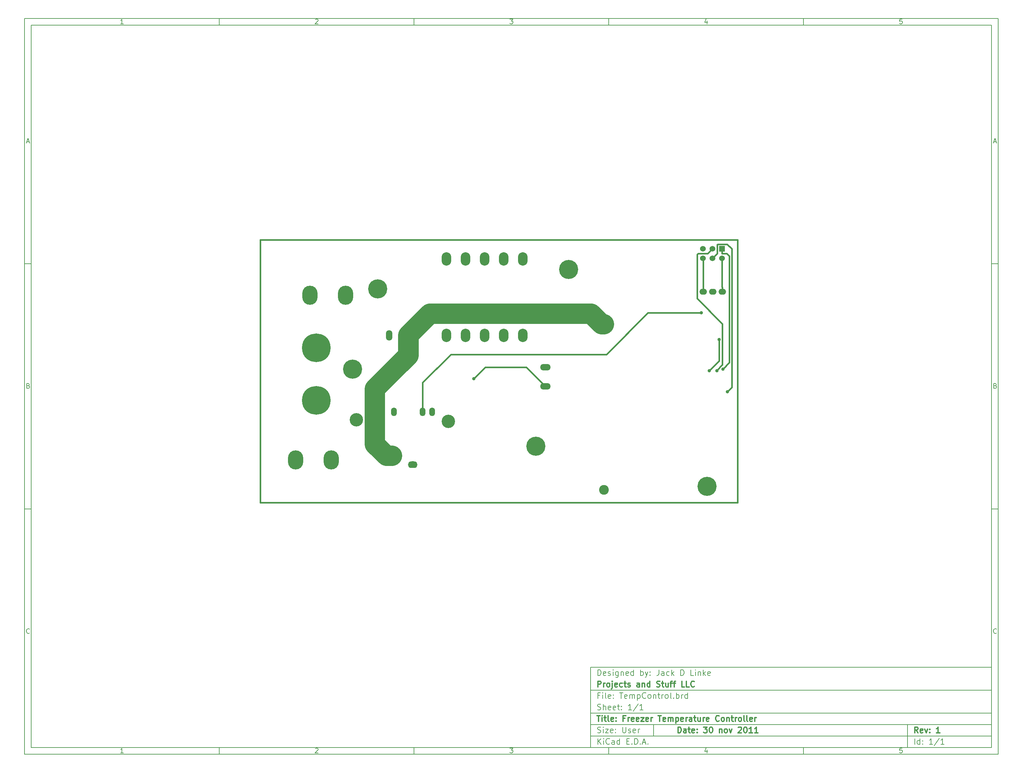
<source format=gbl>
G04 (created by PCBNEW-RS274X (2011-07-08 BZR 3044)-stable) date 11/30/2011 10:21:35 PM*
G01*
G70*
G90*
%MOIN*%
G04 Gerber Fmt 3.4, Leading zero omitted, Abs format*
%FSLAX34Y34*%
G04 APERTURE LIST*
%ADD10C,0.006000*%
%ADD11C,0.012000*%
%ADD12C,0.015000*%
%ADD13C,0.200000*%
%ADD14R,0.060000X0.060000*%
%ADD15C,0.060000*%
%ADD16C,0.102400*%
%ADD17O,0.100000X0.070000*%
%ADD18O,0.100000X0.140000*%
%ADD19O,0.160000X0.200000*%
%ADD20O,0.066900X0.110200*%
%ADD21O,0.110200X0.066900*%
%ADD22C,0.140000*%
%ADD23O,0.060000X0.090000*%
%ADD24C,0.300000*%
%ADD25O,0.080000X0.060000*%
%ADD26C,0.035000*%
%ADD27C,0.016000*%
%ADD28C,0.214600*%
G04 APERTURE END LIST*
G54D10*
X04000Y-04000D02*
X106000Y-04000D01*
X106000Y-81000D01*
X04000Y-81000D01*
X04000Y-04000D01*
X04700Y-04700D02*
X105300Y-04700D01*
X105300Y-80300D01*
X04700Y-80300D01*
X04700Y-04700D01*
X24400Y-04000D02*
X24400Y-04700D01*
X14343Y-04552D02*
X14057Y-04552D01*
X14200Y-04552D02*
X14200Y-04052D01*
X14152Y-04124D01*
X14105Y-04171D01*
X14057Y-04195D01*
X24400Y-81000D02*
X24400Y-80300D01*
X14343Y-80852D02*
X14057Y-80852D01*
X14200Y-80852D02*
X14200Y-80352D01*
X14152Y-80424D01*
X14105Y-80471D01*
X14057Y-80495D01*
X44800Y-04000D02*
X44800Y-04700D01*
X34457Y-04100D02*
X34481Y-04076D01*
X34529Y-04052D01*
X34648Y-04052D01*
X34695Y-04076D01*
X34719Y-04100D01*
X34743Y-04148D01*
X34743Y-04195D01*
X34719Y-04267D01*
X34433Y-04552D01*
X34743Y-04552D01*
X44800Y-81000D02*
X44800Y-80300D01*
X34457Y-80400D02*
X34481Y-80376D01*
X34529Y-80352D01*
X34648Y-80352D01*
X34695Y-80376D01*
X34719Y-80400D01*
X34743Y-80448D01*
X34743Y-80495D01*
X34719Y-80567D01*
X34433Y-80852D01*
X34743Y-80852D01*
X65200Y-04000D02*
X65200Y-04700D01*
X54833Y-04052D02*
X55143Y-04052D01*
X54976Y-04243D01*
X55048Y-04243D01*
X55095Y-04267D01*
X55119Y-04290D01*
X55143Y-04338D01*
X55143Y-04457D01*
X55119Y-04505D01*
X55095Y-04529D01*
X55048Y-04552D01*
X54905Y-04552D01*
X54857Y-04529D01*
X54833Y-04505D01*
X65200Y-81000D02*
X65200Y-80300D01*
X54833Y-80352D02*
X55143Y-80352D01*
X54976Y-80543D01*
X55048Y-80543D01*
X55095Y-80567D01*
X55119Y-80590D01*
X55143Y-80638D01*
X55143Y-80757D01*
X55119Y-80805D01*
X55095Y-80829D01*
X55048Y-80852D01*
X54905Y-80852D01*
X54857Y-80829D01*
X54833Y-80805D01*
X85600Y-04000D02*
X85600Y-04700D01*
X75495Y-04219D02*
X75495Y-04552D01*
X75376Y-04029D02*
X75257Y-04386D01*
X75567Y-04386D01*
X85600Y-81000D02*
X85600Y-80300D01*
X75495Y-80519D02*
X75495Y-80852D01*
X75376Y-80329D02*
X75257Y-80686D01*
X75567Y-80686D01*
X95919Y-04052D02*
X95681Y-04052D01*
X95657Y-04290D01*
X95681Y-04267D01*
X95729Y-04243D01*
X95848Y-04243D01*
X95895Y-04267D01*
X95919Y-04290D01*
X95943Y-04338D01*
X95943Y-04457D01*
X95919Y-04505D01*
X95895Y-04529D01*
X95848Y-04552D01*
X95729Y-04552D01*
X95681Y-04529D01*
X95657Y-04505D01*
X95919Y-80352D02*
X95681Y-80352D01*
X95657Y-80590D01*
X95681Y-80567D01*
X95729Y-80543D01*
X95848Y-80543D01*
X95895Y-80567D01*
X95919Y-80590D01*
X95943Y-80638D01*
X95943Y-80757D01*
X95919Y-80805D01*
X95895Y-80829D01*
X95848Y-80852D01*
X95729Y-80852D01*
X95681Y-80829D01*
X95657Y-80805D01*
X04000Y-29660D02*
X04700Y-29660D01*
X04231Y-16890D02*
X04469Y-16890D01*
X04184Y-17032D02*
X04350Y-16532D01*
X04517Y-17032D01*
X106000Y-29660D02*
X105300Y-29660D01*
X105531Y-16890D02*
X105769Y-16890D01*
X105484Y-17032D02*
X105650Y-16532D01*
X105817Y-17032D01*
X04000Y-55320D02*
X04700Y-55320D01*
X04386Y-42430D02*
X04457Y-42454D01*
X04481Y-42478D01*
X04505Y-42526D01*
X04505Y-42597D01*
X04481Y-42645D01*
X04457Y-42669D01*
X04410Y-42692D01*
X04219Y-42692D01*
X04219Y-42192D01*
X04386Y-42192D01*
X04433Y-42216D01*
X04457Y-42240D01*
X04481Y-42288D01*
X04481Y-42335D01*
X04457Y-42383D01*
X04433Y-42407D01*
X04386Y-42430D01*
X04219Y-42430D01*
X106000Y-55320D02*
X105300Y-55320D01*
X105686Y-42430D02*
X105757Y-42454D01*
X105781Y-42478D01*
X105805Y-42526D01*
X105805Y-42597D01*
X105781Y-42645D01*
X105757Y-42669D01*
X105710Y-42692D01*
X105519Y-42692D01*
X105519Y-42192D01*
X105686Y-42192D01*
X105733Y-42216D01*
X105757Y-42240D01*
X105781Y-42288D01*
X105781Y-42335D01*
X105757Y-42383D01*
X105733Y-42407D01*
X105686Y-42430D01*
X105519Y-42430D01*
X04505Y-68305D02*
X04481Y-68329D01*
X04410Y-68352D01*
X04362Y-68352D01*
X04290Y-68329D01*
X04243Y-68281D01*
X04219Y-68233D01*
X04195Y-68138D01*
X04195Y-68067D01*
X04219Y-67971D01*
X04243Y-67924D01*
X04290Y-67876D01*
X04362Y-67852D01*
X04410Y-67852D01*
X04481Y-67876D01*
X04505Y-67900D01*
X105805Y-68305D02*
X105781Y-68329D01*
X105710Y-68352D01*
X105662Y-68352D01*
X105590Y-68329D01*
X105543Y-68281D01*
X105519Y-68233D01*
X105495Y-68138D01*
X105495Y-68067D01*
X105519Y-67971D01*
X105543Y-67924D01*
X105590Y-67876D01*
X105662Y-67852D01*
X105710Y-67852D01*
X105781Y-67876D01*
X105805Y-67900D01*
G54D11*
X72443Y-78743D02*
X72443Y-78143D01*
X72586Y-78143D01*
X72671Y-78171D01*
X72729Y-78229D01*
X72757Y-78286D01*
X72786Y-78400D01*
X72786Y-78486D01*
X72757Y-78600D01*
X72729Y-78657D01*
X72671Y-78714D01*
X72586Y-78743D01*
X72443Y-78743D01*
X73300Y-78743D02*
X73300Y-78429D01*
X73271Y-78371D01*
X73214Y-78343D01*
X73100Y-78343D01*
X73043Y-78371D01*
X73300Y-78714D02*
X73243Y-78743D01*
X73100Y-78743D01*
X73043Y-78714D01*
X73014Y-78657D01*
X73014Y-78600D01*
X73043Y-78543D01*
X73100Y-78514D01*
X73243Y-78514D01*
X73300Y-78486D01*
X73500Y-78343D02*
X73729Y-78343D01*
X73586Y-78143D02*
X73586Y-78657D01*
X73614Y-78714D01*
X73672Y-78743D01*
X73729Y-78743D01*
X74157Y-78714D02*
X74100Y-78743D01*
X73986Y-78743D01*
X73929Y-78714D01*
X73900Y-78657D01*
X73900Y-78429D01*
X73929Y-78371D01*
X73986Y-78343D01*
X74100Y-78343D01*
X74157Y-78371D01*
X74186Y-78429D01*
X74186Y-78486D01*
X73900Y-78543D01*
X74443Y-78686D02*
X74471Y-78714D01*
X74443Y-78743D01*
X74414Y-78714D01*
X74443Y-78686D01*
X74443Y-78743D01*
X74443Y-78371D02*
X74471Y-78400D01*
X74443Y-78429D01*
X74414Y-78400D01*
X74443Y-78371D01*
X74443Y-78429D01*
X75129Y-78143D02*
X75500Y-78143D01*
X75300Y-78371D01*
X75386Y-78371D01*
X75443Y-78400D01*
X75472Y-78429D01*
X75500Y-78486D01*
X75500Y-78629D01*
X75472Y-78686D01*
X75443Y-78714D01*
X75386Y-78743D01*
X75214Y-78743D01*
X75157Y-78714D01*
X75129Y-78686D01*
X75871Y-78143D02*
X75928Y-78143D01*
X75985Y-78171D01*
X76014Y-78200D01*
X76043Y-78257D01*
X76071Y-78371D01*
X76071Y-78514D01*
X76043Y-78629D01*
X76014Y-78686D01*
X75985Y-78714D01*
X75928Y-78743D01*
X75871Y-78743D01*
X75814Y-78714D01*
X75785Y-78686D01*
X75757Y-78629D01*
X75728Y-78514D01*
X75728Y-78371D01*
X75757Y-78257D01*
X75785Y-78200D01*
X75814Y-78171D01*
X75871Y-78143D01*
X76785Y-78343D02*
X76785Y-78743D01*
X76785Y-78400D02*
X76813Y-78371D01*
X76871Y-78343D01*
X76956Y-78343D01*
X77013Y-78371D01*
X77042Y-78429D01*
X77042Y-78743D01*
X77414Y-78743D02*
X77356Y-78714D01*
X77328Y-78686D01*
X77299Y-78629D01*
X77299Y-78457D01*
X77328Y-78400D01*
X77356Y-78371D01*
X77414Y-78343D01*
X77499Y-78343D01*
X77556Y-78371D01*
X77585Y-78400D01*
X77614Y-78457D01*
X77614Y-78629D01*
X77585Y-78686D01*
X77556Y-78714D01*
X77499Y-78743D01*
X77414Y-78743D01*
X77814Y-78343D02*
X77957Y-78743D01*
X78099Y-78343D01*
X78756Y-78200D02*
X78785Y-78171D01*
X78842Y-78143D01*
X78985Y-78143D01*
X79042Y-78171D01*
X79071Y-78200D01*
X79099Y-78257D01*
X79099Y-78314D01*
X79071Y-78400D01*
X78728Y-78743D01*
X79099Y-78743D01*
X79470Y-78143D02*
X79527Y-78143D01*
X79584Y-78171D01*
X79613Y-78200D01*
X79642Y-78257D01*
X79670Y-78371D01*
X79670Y-78514D01*
X79642Y-78629D01*
X79613Y-78686D01*
X79584Y-78714D01*
X79527Y-78743D01*
X79470Y-78743D01*
X79413Y-78714D01*
X79384Y-78686D01*
X79356Y-78629D01*
X79327Y-78514D01*
X79327Y-78371D01*
X79356Y-78257D01*
X79384Y-78200D01*
X79413Y-78171D01*
X79470Y-78143D01*
X80241Y-78743D02*
X79898Y-78743D01*
X80070Y-78743D02*
X80070Y-78143D01*
X80013Y-78229D01*
X79955Y-78286D01*
X79898Y-78314D01*
X80812Y-78743D02*
X80469Y-78743D01*
X80641Y-78743D02*
X80641Y-78143D01*
X80584Y-78229D01*
X80526Y-78286D01*
X80469Y-78314D01*
G54D10*
X64043Y-79943D02*
X64043Y-79343D01*
X64386Y-79943D02*
X64129Y-79600D01*
X64386Y-79343D02*
X64043Y-79686D01*
X64643Y-79943D02*
X64643Y-79543D01*
X64643Y-79343D02*
X64614Y-79371D01*
X64643Y-79400D01*
X64671Y-79371D01*
X64643Y-79343D01*
X64643Y-79400D01*
X65272Y-79886D02*
X65243Y-79914D01*
X65157Y-79943D01*
X65100Y-79943D01*
X65015Y-79914D01*
X64957Y-79857D01*
X64929Y-79800D01*
X64900Y-79686D01*
X64900Y-79600D01*
X64929Y-79486D01*
X64957Y-79429D01*
X65015Y-79371D01*
X65100Y-79343D01*
X65157Y-79343D01*
X65243Y-79371D01*
X65272Y-79400D01*
X65786Y-79943D02*
X65786Y-79629D01*
X65757Y-79571D01*
X65700Y-79543D01*
X65586Y-79543D01*
X65529Y-79571D01*
X65786Y-79914D02*
X65729Y-79943D01*
X65586Y-79943D01*
X65529Y-79914D01*
X65500Y-79857D01*
X65500Y-79800D01*
X65529Y-79743D01*
X65586Y-79714D01*
X65729Y-79714D01*
X65786Y-79686D01*
X66329Y-79943D02*
X66329Y-79343D01*
X66329Y-79914D02*
X66272Y-79943D01*
X66158Y-79943D01*
X66100Y-79914D01*
X66072Y-79886D01*
X66043Y-79829D01*
X66043Y-79657D01*
X66072Y-79600D01*
X66100Y-79571D01*
X66158Y-79543D01*
X66272Y-79543D01*
X66329Y-79571D01*
X67072Y-79629D02*
X67272Y-79629D01*
X67358Y-79943D02*
X67072Y-79943D01*
X67072Y-79343D01*
X67358Y-79343D01*
X67615Y-79886D02*
X67643Y-79914D01*
X67615Y-79943D01*
X67586Y-79914D01*
X67615Y-79886D01*
X67615Y-79943D01*
X67901Y-79943D02*
X67901Y-79343D01*
X68044Y-79343D01*
X68129Y-79371D01*
X68187Y-79429D01*
X68215Y-79486D01*
X68244Y-79600D01*
X68244Y-79686D01*
X68215Y-79800D01*
X68187Y-79857D01*
X68129Y-79914D01*
X68044Y-79943D01*
X67901Y-79943D01*
X68501Y-79886D02*
X68529Y-79914D01*
X68501Y-79943D01*
X68472Y-79914D01*
X68501Y-79886D01*
X68501Y-79943D01*
X68758Y-79771D02*
X69044Y-79771D01*
X68701Y-79943D02*
X68901Y-79343D01*
X69101Y-79943D01*
X69301Y-79886D02*
X69329Y-79914D01*
X69301Y-79943D01*
X69272Y-79914D01*
X69301Y-79886D01*
X69301Y-79943D01*
G54D11*
X97586Y-78743D02*
X97386Y-78457D01*
X97243Y-78743D02*
X97243Y-78143D01*
X97471Y-78143D01*
X97529Y-78171D01*
X97557Y-78200D01*
X97586Y-78257D01*
X97586Y-78343D01*
X97557Y-78400D01*
X97529Y-78429D01*
X97471Y-78457D01*
X97243Y-78457D01*
X98071Y-78714D02*
X98014Y-78743D01*
X97900Y-78743D01*
X97843Y-78714D01*
X97814Y-78657D01*
X97814Y-78429D01*
X97843Y-78371D01*
X97900Y-78343D01*
X98014Y-78343D01*
X98071Y-78371D01*
X98100Y-78429D01*
X98100Y-78486D01*
X97814Y-78543D01*
X98300Y-78343D02*
X98443Y-78743D01*
X98585Y-78343D01*
X98814Y-78686D02*
X98842Y-78714D01*
X98814Y-78743D01*
X98785Y-78714D01*
X98814Y-78686D01*
X98814Y-78743D01*
X98814Y-78371D02*
X98842Y-78400D01*
X98814Y-78429D01*
X98785Y-78400D01*
X98814Y-78371D01*
X98814Y-78429D01*
X99871Y-78743D02*
X99528Y-78743D01*
X99700Y-78743D02*
X99700Y-78143D01*
X99643Y-78229D01*
X99585Y-78286D01*
X99528Y-78314D01*
G54D10*
X64014Y-78714D02*
X64100Y-78743D01*
X64243Y-78743D01*
X64300Y-78714D01*
X64329Y-78686D01*
X64357Y-78629D01*
X64357Y-78571D01*
X64329Y-78514D01*
X64300Y-78486D01*
X64243Y-78457D01*
X64129Y-78429D01*
X64071Y-78400D01*
X64043Y-78371D01*
X64014Y-78314D01*
X64014Y-78257D01*
X64043Y-78200D01*
X64071Y-78171D01*
X64129Y-78143D01*
X64271Y-78143D01*
X64357Y-78171D01*
X64614Y-78743D02*
X64614Y-78343D01*
X64614Y-78143D02*
X64585Y-78171D01*
X64614Y-78200D01*
X64642Y-78171D01*
X64614Y-78143D01*
X64614Y-78200D01*
X64843Y-78343D02*
X65157Y-78343D01*
X64843Y-78743D01*
X65157Y-78743D01*
X65614Y-78714D02*
X65557Y-78743D01*
X65443Y-78743D01*
X65386Y-78714D01*
X65357Y-78657D01*
X65357Y-78429D01*
X65386Y-78371D01*
X65443Y-78343D01*
X65557Y-78343D01*
X65614Y-78371D01*
X65643Y-78429D01*
X65643Y-78486D01*
X65357Y-78543D01*
X65900Y-78686D02*
X65928Y-78714D01*
X65900Y-78743D01*
X65871Y-78714D01*
X65900Y-78686D01*
X65900Y-78743D01*
X65900Y-78371D02*
X65928Y-78400D01*
X65900Y-78429D01*
X65871Y-78400D01*
X65900Y-78371D01*
X65900Y-78429D01*
X66643Y-78143D02*
X66643Y-78629D01*
X66671Y-78686D01*
X66700Y-78714D01*
X66757Y-78743D01*
X66871Y-78743D01*
X66929Y-78714D01*
X66957Y-78686D01*
X66986Y-78629D01*
X66986Y-78143D01*
X67243Y-78714D02*
X67300Y-78743D01*
X67415Y-78743D01*
X67472Y-78714D01*
X67500Y-78657D01*
X67500Y-78629D01*
X67472Y-78571D01*
X67415Y-78543D01*
X67329Y-78543D01*
X67272Y-78514D01*
X67243Y-78457D01*
X67243Y-78429D01*
X67272Y-78371D01*
X67329Y-78343D01*
X67415Y-78343D01*
X67472Y-78371D01*
X67986Y-78714D02*
X67929Y-78743D01*
X67815Y-78743D01*
X67758Y-78714D01*
X67729Y-78657D01*
X67729Y-78429D01*
X67758Y-78371D01*
X67815Y-78343D01*
X67929Y-78343D01*
X67986Y-78371D01*
X68015Y-78429D01*
X68015Y-78486D01*
X67729Y-78543D01*
X68272Y-78743D02*
X68272Y-78343D01*
X68272Y-78457D02*
X68300Y-78400D01*
X68329Y-78371D01*
X68386Y-78343D01*
X68443Y-78343D01*
X97243Y-79943D02*
X97243Y-79343D01*
X97786Y-79943D02*
X97786Y-79343D01*
X97786Y-79914D02*
X97729Y-79943D01*
X97615Y-79943D01*
X97557Y-79914D01*
X97529Y-79886D01*
X97500Y-79829D01*
X97500Y-79657D01*
X97529Y-79600D01*
X97557Y-79571D01*
X97615Y-79543D01*
X97729Y-79543D01*
X97786Y-79571D01*
X98072Y-79886D02*
X98100Y-79914D01*
X98072Y-79943D01*
X98043Y-79914D01*
X98072Y-79886D01*
X98072Y-79943D01*
X98072Y-79571D02*
X98100Y-79600D01*
X98072Y-79629D01*
X98043Y-79600D01*
X98072Y-79571D01*
X98072Y-79629D01*
X99129Y-79943D02*
X98786Y-79943D01*
X98958Y-79943D02*
X98958Y-79343D01*
X98901Y-79429D01*
X98843Y-79486D01*
X98786Y-79514D01*
X99814Y-79314D02*
X99300Y-80086D01*
X100329Y-79943D02*
X99986Y-79943D01*
X100158Y-79943D02*
X100158Y-79343D01*
X100101Y-79429D01*
X100043Y-79486D01*
X99986Y-79514D01*
G54D11*
X63957Y-76943D02*
X64300Y-76943D01*
X64129Y-77543D02*
X64129Y-76943D01*
X64500Y-77543D02*
X64500Y-77143D01*
X64500Y-76943D02*
X64471Y-76971D01*
X64500Y-77000D01*
X64528Y-76971D01*
X64500Y-76943D01*
X64500Y-77000D01*
X64700Y-77143D02*
X64929Y-77143D01*
X64786Y-76943D02*
X64786Y-77457D01*
X64814Y-77514D01*
X64872Y-77543D01*
X64929Y-77543D01*
X65215Y-77543D02*
X65157Y-77514D01*
X65129Y-77457D01*
X65129Y-76943D01*
X65671Y-77514D02*
X65614Y-77543D01*
X65500Y-77543D01*
X65443Y-77514D01*
X65414Y-77457D01*
X65414Y-77229D01*
X65443Y-77171D01*
X65500Y-77143D01*
X65614Y-77143D01*
X65671Y-77171D01*
X65700Y-77229D01*
X65700Y-77286D01*
X65414Y-77343D01*
X65957Y-77486D02*
X65985Y-77514D01*
X65957Y-77543D01*
X65928Y-77514D01*
X65957Y-77486D01*
X65957Y-77543D01*
X65957Y-77171D02*
X65985Y-77200D01*
X65957Y-77229D01*
X65928Y-77200D01*
X65957Y-77171D01*
X65957Y-77229D01*
X66900Y-77229D02*
X66700Y-77229D01*
X66700Y-77543D02*
X66700Y-76943D01*
X66986Y-76943D01*
X67214Y-77543D02*
X67214Y-77143D01*
X67214Y-77257D02*
X67242Y-77200D01*
X67271Y-77171D01*
X67328Y-77143D01*
X67385Y-77143D01*
X67813Y-77514D02*
X67756Y-77543D01*
X67642Y-77543D01*
X67585Y-77514D01*
X67556Y-77457D01*
X67556Y-77229D01*
X67585Y-77171D01*
X67642Y-77143D01*
X67756Y-77143D01*
X67813Y-77171D01*
X67842Y-77229D01*
X67842Y-77286D01*
X67556Y-77343D01*
X68327Y-77514D02*
X68270Y-77543D01*
X68156Y-77543D01*
X68099Y-77514D01*
X68070Y-77457D01*
X68070Y-77229D01*
X68099Y-77171D01*
X68156Y-77143D01*
X68270Y-77143D01*
X68327Y-77171D01*
X68356Y-77229D01*
X68356Y-77286D01*
X68070Y-77343D01*
X68556Y-77143D02*
X68870Y-77143D01*
X68556Y-77543D01*
X68870Y-77543D01*
X69327Y-77514D02*
X69270Y-77543D01*
X69156Y-77543D01*
X69099Y-77514D01*
X69070Y-77457D01*
X69070Y-77229D01*
X69099Y-77171D01*
X69156Y-77143D01*
X69270Y-77143D01*
X69327Y-77171D01*
X69356Y-77229D01*
X69356Y-77286D01*
X69070Y-77343D01*
X69613Y-77543D02*
X69613Y-77143D01*
X69613Y-77257D02*
X69641Y-77200D01*
X69670Y-77171D01*
X69727Y-77143D01*
X69784Y-77143D01*
X70355Y-76943D02*
X70698Y-76943D01*
X70527Y-77543D02*
X70527Y-76943D01*
X71126Y-77514D02*
X71069Y-77543D01*
X70955Y-77543D01*
X70898Y-77514D01*
X70869Y-77457D01*
X70869Y-77229D01*
X70898Y-77171D01*
X70955Y-77143D01*
X71069Y-77143D01*
X71126Y-77171D01*
X71155Y-77229D01*
X71155Y-77286D01*
X70869Y-77343D01*
X71412Y-77543D02*
X71412Y-77143D01*
X71412Y-77200D02*
X71440Y-77171D01*
X71498Y-77143D01*
X71583Y-77143D01*
X71640Y-77171D01*
X71669Y-77229D01*
X71669Y-77543D01*
X71669Y-77229D02*
X71698Y-77171D01*
X71755Y-77143D01*
X71840Y-77143D01*
X71898Y-77171D01*
X71926Y-77229D01*
X71926Y-77543D01*
X72212Y-77143D02*
X72212Y-77743D01*
X72212Y-77171D02*
X72269Y-77143D01*
X72383Y-77143D01*
X72440Y-77171D01*
X72469Y-77200D01*
X72498Y-77257D01*
X72498Y-77429D01*
X72469Y-77486D01*
X72440Y-77514D01*
X72383Y-77543D01*
X72269Y-77543D01*
X72212Y-77514D01*
X72983Y-77514D02*
X72926Y-77543D01*
X72812Y-77543D01*
X72755Y-77514D01*
X72726Y-77457D01*
X72726Y-77229D01*
X72755Y-77171D01*
X72812Y-77143D01*
X72926Y-77143D01*
X72983Y-77171D01*
X73012Y-77229D01*
X73012Y-77286D01*
X72726Y-77343D01*
X73269Y-77543D02*
X73269Y-77143D01*
X73269Y-77257D02*
X73297Y-77200D01*
X73326Y-77171D01*
X73383Y-77143D01*
X73440Y-77143D01*
X73897Y-77543D02*
X73897Y-77229D01*
X73868Y-77171D01*
X73811Y-77143D01*
X73697Y-77143D01*
X73640Y-77171D01*
X73897Y-77514D02*
X73840Y-77543D01*
X73697Y-77543D01*
X73640Y-77514D01*
X73611Y-77457D01*
X73611Y-77400D01*
X73640Y-77343D01*
X73697Y-77314D01*
X73840Y-77314D01*
X73897Y-77286D01*
X74097Y-77143D02*
X74326Y-77143D01*
X74183Y-76943D02*
X74183Y-77457D01*
X74211Y-77514D01*
X74269Y-77543D01*
X74326Y-77543D01*
X74783Y-77143D02*
X74783Y-77543D01*
X74526Y-77143D02*
X74526Y-77457D01*
X74554Y-77514D01*
X74612Y-77543D01*
X74697Y-77543D01*
X74754Y-77514D01*
X74783Y-77486D01*
X75069Y-77543D02*
X75069Y-77143D01*
X75069Y-77257D02*
X75097Y-77200D01*
X75126Y-77171D01*
X75183Y-77143D01*
X75240Y-77143D01*
X75668Y-77514D02*
X75611Y-77543D01*
X75497Y-77543D01*
X75440Y-77514D01*
X75411Y-77457D01*
X75411Y-77229D01*
X75440Y-77171D01*
X75497Y-77143D01*
X75611Y-77143D01*
X75668Y-77171D01*
X75697Y-77229D01*
X75697Y-77286D01*
X75411Y-77343D01*
X76754Y-77486D02*
X76725Y-77514D01*
X76639Y-77543D01*
X76582Y-77543D01*
X76497Y-77514D01*
X76439Y-77457D01*
X76411Y-77400D01*
X76382Y-77286D01*
X76382Y-77200D01*
X76411Y-77086D01*
X76439Y-77029D01*
X76497Y-76971D01*
X76582Y-76943D01*
X76639Y-76943D01*
X76725Y-76971D01*
X76754Y-77000D01*
X77097Y-77543D02*
X77039Y-77514D01*
X77011Y-77486D01*
X76982Y-77429D01*
X76982Y-77257D01*
X77011Y-77200D01*
X77039Y-77171D01*
X77097Y-77143D01*
X77182Y-77143D01*
X77239Y-77171D01*
X77268Y-77200D01*
X77297Y-77257D01*
X77297Y-77429D01*
X77268Y-77486D01*
X77239Y-77514D01*
X77182Y-77543D01*
X77097Y-77543D01*
X77554Y-77143D02*
X77554Y-77543D01*
X77554Y-77200D02*
X77582Y-77171D01*
X77640Y-77143D01*
X77725Y-77143D01*
X77782Y-77171D01*
X77811Y-77229D01*
X77811Y-77543D01*
X78011Y-77143D02*
X78240Y-77143D01*
X78097Y-76943D02*
X78097Y-77457D01*
X78125Y-77514D01*
X78183Y-77543D01*
X78240Y-77543D01*
X78440Y-77543D02*
X78440Y-77143D01*
X78440Y-77257D02*
X78468Y-77200D01*
X78497Y-77171D01*
X78554Y-77143D01*
X78611Y-77143D01*
X78897Y-77543D02*
X78839Y-77514D01*
X78811Y-77486D01*
X78782Y-77429D01*
X78782Y-77257D01*
X78811Y-77200D01*
X78839Y-77171D01*
X78897Y-77143D01*
X78982Y-77143D01*
X79039Y-77171D01*
X79068Y-77200D01*
X79097Y-77257D01*
X79097Y-77429D01*
X79068Y-77486D01*
X79039Y-77514D01*
X78982Y-77543D01*
X78897Y-77543D01*
X79440Y-77543D02*
X79382Y-77514D01*
X79354Y-77457D01*
X79354Y-76943D01*
X79754Y-77543D02*
X79696Y-77514D01*
X79668Y-77457D01*
X79668Y-76943D01*
X80210Y-77514D02*
X80153Y-77543D01*
X80039Y-77543D01*
X79982Y-77514D01*
X79953Y-77457D01*
X79953Y-77229D01*
X79982Y-77171D01*
X80039Y-77143D01*
X80153Y-77143D01*
X80210Y-77171D01*
X80239Y-77229D01*
X80239Y-77286D01*
X79953Y-77343D01*
X80496Y-77543D02*
X80496Y-77143D01*
X80496Y-77257D02*
X80524Y-77200D01*
X80553Y-77171D01*
X80610Y-77143D01*
X80667Y-77143D01*
G54D10*
X64243Y-74829D02*
X64043Y-74829D01*
X64043Y-75143D02*
X64043Y-74543D01*
X64329Y-74543D01*
X64557Y-75143D02*
X64557Y-74743D01*
X64557Y-74543D02*
X64528Y-74571D01*
X64557Y-74600D01*
X64585Y-74571D01*
X64557Y-74543D01*
X64557Y-74600D01*
X64929Y-75143D02*
X64871Y-75114D01*
X64843Y-75057D01*
X64843Y-74543D01*
X65385Y-75114D02*
X65328Y-75143D01*
X65214Y-75143D01*
X65157Y-75114D01*
X65128Y-75057D01*
X65128Y-74829D01*
X65157Y-74771D01*
X65214Y-74743D01*
X65328Y-74743D01*
X65385Y-74771D01*
X65414Y-74829D01*
X65414Y-74886D01*
X65128Y-74943D01*
X65671Y-75086D02*
X65699Y-75114D01*
X65671Y-75143D01*
X65642Y-75114D01*
X65671Y-75086D01*
X65671Y-75143D01*
X65671Y-74771D02*
X65699Y-74800D01*
X65671Y-74829D01*
X65642Y-74800D01*
X65671Y-74771D01*
X65671Y-74829D01*
X66328Y-74543D02*
X66671Y-74543D01*
X66500Y-75143D02*
X66500Y-74543D01*
X67099Y-75114D02*
X67042Y-75143D01*
X66928Y-75143D01*
X66871Y-75114D01*
X66842Y-75057D01*
X66842Y-74829D01*
X66871Y-74771D01*
X66928Y-74743D01*
X67042Y-74743D01*
X67099Y-74771D01*
X67128Y-74829D01*
X67128Y-74886D01*
X66842Y-74943D01*
X67385Y-75143D02*
X67385Y-74743D01*
X67385Y-74800D02*
X67413Y-74771D01*
X67471Y-74743D01*
X67556Y-74743D01*
X67613Y-74771D01*
X67642Y-74829D01*
X67642Y-75143D01*
X67642Y-74829D02*
X67671Y-74771D01*
X67728Y-74743D01*
X67813Y-74743D01*
X67871Y-74771D01*
X67899Y-74829D01*
X67899Y-75143D01*
X68185Y-74743D02*
X68185Y-75343D01*
X68185Y-74771D02*
X68242Y-74743D01*
X68356Y-74743D01*
X68413Y-74771D01*
X68442Y-74800D01*
X68471Y-74857D01*
X68471Y-75029D01*
X68442Y-75086D01*
X68413Y-75114D01*
X68356Y-75143D01*
X68242Y-75143D01*
X68185Y-75114D01*
X69071Y-75086D02*
X69042Y-75114D01*
X68956Y-75143D01*
X68899Y-75143D01*
X68814Y-75114D01*
X68756Y-75057D01*
X68728Y-75000D01*
X68699Y-74886D01*
X68699Y-74800D01*
X68728Y-74686D01*
X68756Y-74629D01*
X68814Y-74571D01*
X68899Y-74543D01*
X68956Y-74543D01*
X69042Y-74571D01*
X69071Y-74600D01*
X69414Y-75143D02*
X69356Y-75114D01*
X69328Y-75086D01*
X69299Y-75029D01*
X69299Y-74857D01*
X69328Y-74800D01*
X69356Y-74771D01*
X69414Y-74743D01*
X69499Y-74743D01*
X69556Y-74771D01*
X69585Y-74800D01*
X69614Y-74857D01*
X69614Y-75029D01*
X69585Y-75086D01*
X69556Y-75114D01*
X69499Y-75143D01*
X69414Y-75143D01*
X69871Y-74743D02*
X69871Y-75143D01*
X69871Y-74800D02*
X69899Y-74771D01*
X69957Y-74743D01*
X70042Y-74743D01*
X70099Y-74771D01*
X70128Y-74829D01*
X70128Y-75143D01*
X70328Y-74743D02*
X70557Y-74743D01*
X70414Y-74543D02*
X70414Y-75057D01*
X70442Y-75114D01*
X70500Y-75143D01*
X70557Y-75143D01*
X70757Y-75143D02*
X70757Y-74743D01*
X70757Y-74857D02*
X70785Y-74800D01*
X70814Y-74771D01*
X70871Y-74743D01*
X70928Y-74743D01*
X71214Y-75143D02*
X71156Y-75114D01*
X71128Y-75086D01*
X71099Y-75029D01*
X71099Y-74857D01*
X71128Y-74800D01*
X71156Y-74771D01*
X71214Y-74743D01*
X71299Y-74743D01*
X71356Y-74771D01*
X71385Y-74800D01*
X71414Y-74857D01*
X71414Y-75029D01*
X71385Y-75086D01*
X71356Y-75114D01*
X71299Y-75143D01*
X71214Y-75143D01*
X71757Y-75143D02*
X71699Y-75114D01*
X71671Y-75057D01*
X71671Y-74543D01*
X71985Y-75086D02*
X72013Y-75114D01*
X71985Y-75143D01*
X71956Y-75114D01*
X71985Y-75086D01*
X71985Y-75143D01*
X72271Y-75143D02*
X72271Y-74543D01*
X72271Y-74771D02*
X72328Y-74743D01*
X72442Y-74743D01*
X72499Y-74771D01*
X72528Y-74800D01*
X72557Y-74857D01*
X72557Y-75029D01*
X72528Y-75086D01*
X72499Y-75114D01*
X72442Y-75143D01*
X72328Y-75143D01*
X72271Y-75114D01*
X72814Y-75143D02*
X72814Y-74743D01*
X72814Y-74857D02*
X72842Y-74800D01*
X72871Y-74771D01*
X72928Y-74743D01*
X72985Y-74743D01*
X73442Y-75143D02*
X73442Y-74543D01*
X73442Y-75114D02*
X73385Y-75143D01*
X73271Y-75143D01*
X73213Y-75114D01*
X73185Y-75086D01*
X73156Y-75029D01*
X73156Y-74857D01*
X73185Y-74800D01*
X73213Y-74771D01*
X73271Y-74743D01*
X73385Y-74743D01*
X73442Y-74771D01*
X64014Y-76314D02*
X64100Y-76343D01*
X64243Y-76343D01*
X64300Y-76314D01*
X64329Y-76286D01*
X64357Y-76229D01*
X64357Y-76171D01*
X64329Y-76114D01*
X64300Y-76086D01*
X64243Y-76057D01*
X64129Y-76029D01*
X64071Y-76000D01*
X64043Y-75971D01*
X64014Y-75914D01*
X64014Y-75857D01*
X64043Y-75800D01*
X64071Y-75771D01*
X64129Y-75743D01*
X64271Y-75743D01*
X64357Y-75771D01*
X64614Y-76343D02*
X64614Y-75743D01*
X64871Y-76343D02*
X64871Y-76029D01*
X64842Y-75971D01*
X64785Y-75943D01*
X64700Y-75943D01*
X64642Y-75971D01*
X64614Y-76000D01*
X65385Y-76314D02*
X65328Y-76343D01*
X65214Y-76343D01*
X65157Y-76314D01*
X65128Y-76257D01*
X65128Y-76029D01*
X65157Y-75971D01*
X65214Y-75943D01*
X65328Y-75943D01*
X65385Y-75971D01*
X65414Y-76029D01*
X65414Y-76086D01*
X65128Y-76143D01*
X65899Y-76314D02*
X65842Y-76343D01*
X65728Y-76343D01*
X65671Y-76314D01*
X65642Y-76257D01*
X65642Y-76029D01*
X65671Y-75971D01*
X65728Y-75943D01*
X65842Y-75943D01*
X65899Y-75971D01*
X65928Y-76029D01*
X65928Y-76086D01*
X65642Y-76143D01*
X66099Y-75943D02*
X66328Y-75943D01*
X66185Y-75743D02*
X66185Y-76257D01*
X66213Y-76314D01*
X66271Y-76343D01*
X66328Y-76343D01*
X66528Y-76286D02*
X66556Y-76314D01*
X66528Y-76343D01*
X66499Y-76314D01*
X66528Y-76286D01*
X66528Y-76343D01*
X66528Y-75971D02*
X66556Y-76000D01*
X66528Y-76029D01*
X66499Y-76000D01*
X66528Y-75971D01*
X66528Y-76029D01*
X67585Y-76343D02*
X67242Y-76343D01*
X67414Y-76343D02*
X67414Y-75743D01*
X67357Y-75829D01*
X67299Y-75886D01*
X67242Y-75914D01*
X68270Y-75714D02*
X67756Y-76486D01*
X68785Y-76343D02*
X68442Y-76343D01*
X68614Y-76343D02*
X68614Y-75743D01*
X68557Y-75829D01*
X68499Y-75886D01*
X68442Y-75914D01*
G54D11*
X64043Y-73943D02*
X64043Y-73343D01*
X64271Y-73343D01*
X64329Y-73371D01*
X64357Y-73400D01*
X64386Y-73457D01*
X64386Y-73543D01*
X64357Y-73600D01*
X64329Y-73629D01*
X64271Y-73657D01*
X64043Y-73657D01*
X64643Y-73943D02*
X64643Y-73543D01*
X64643Y-73657D02*
X64671Y-73600D01*
X64700Y-73571D01*
X64757Y-73543D01*
X64814Y-73543D01*
X65100Y-73943D02*
X65042Y-73914D01*
X65014Y-73886D01*
X64985Y-73829D01*
X64985Y-73657D01*
X65014Y-73600D01*
X65042Y-73571D01*
X65100Y-73543D01*
X65185Y-73543D01*
X65242Y-73571D01*
X65271Y-73600D01*
X65300Y-73657D01*
X65300Y-73829D01*
X65271Y-73886D01*
X65242Y-73914D01*
X65185Y-73943D01*
X65100Y-73943D01*
X65557Y-73543D02*
X65557Y-74057D01*
X65528Y-74114D01*
X65471Y-74143D01*
X65443Y-74143D01*
X65557Y-73343D02*
X65528Y-73371D01*
X65557Y-73400D01*
X65585Y-73371D01*
X65557Y-73343D01*
X65557Y-73400D01*
X66071Y-73914D02*
X66014Y-73943D01*
X65900Y-73943D01*
X65843Y-73914D01*
X65814Y-73857D01*
X65814Y-73629D01*
X65843Y-73571D01*
X65900Y-73543D01*
X66014Y-73543D01*
X66071Y-73571D01*
X66100Y-73629D01*
X66100Y-73686D01*
X65814Y-73743D01*
X66614Y-73914D02*
X66557Y-73943D01*
X66443Y-73943D01*
X66385Y-73914D01*
X66357Y-73886D01*
X66328Y-73829D01*
X66328Y-73657D01*
X66357Y-73600D01*
X66385Y-73571D01*
X66443Y-73543D01*
X66557Y-73543D01*
X66614Y-73571D01*
X66785Y-73543D02*
X67014Y-73543D01*
X66871Y-73343D02*
X66871Y-73857D01*
X66899Y-73914D01*
X66957Y-73943D01*
X67014Y-73943D01*
X67185Y-73914D02*
X67242Y-73943D01*
X67357Y-73943D01*
X67414Y-73914D01*
X67442Y-73857D01*
X67442Y-73829D01*
X67414Y-73771D01*
X67357Y-73743D01*
X67271Y-73743D01*
X67214Y-73714D01*
X67185Y-73657D01*
X67185Y-73629D01*
X67214Y-73571D01*
X67271Y-73543D01*
X67357Y-73543D01*
X67414Y-73571D01*
X68414Y-73943D02*
X68414Y-73629D01*
X68385Y-73571D01*
X68328Y-73543D01*
X68214Y-73543D01*
X68157Y-73571D01*
X68414Y-73914D02*
X68357Y-73943D01*
X68214Y-73943D01*
X68157Y-73914D01*
X68128Y-73857D01*
X68128Y-73800D01*
X68157Y-73743D01*
X68214Y-73714D01*
X68357Y-73714D01*
X68414Y-73686D01*
X68700Y-73543D02*
X68700Y-73943D01*
X68700Y-73600D02*
X68728Y-73571D01*
X68786Y-73543D01*
X68871Y-73543D01*
X68928Y-73571D01*
X68957Y-73629D01*
X68957Y-73943D01*
X69500Y-73943D02*
X69500Y-73343D01*
X69500Y-73914D02*
X69443Y-73943D01*
X69329Y-73943D01*
X69271Y-73914D01*
X69243Y-73886D01*
X69214Y-73829D01*
X69214Y-73657D01*
X69243Y-73600D01*
X69271Y-73571D01*
X69329Y-73543D01*
X69443Y-73543D01*
X69500Y-73571D01*
X70214Y-73914D02*
X70300Y-73943D01*
X70443Y-73943D01*
X70500Y-73914D01*
X70529Y-73886D01*
X70557Y-73829D01*
X70557Y-73771D01*
X70529Y-73714D01*
X70500Y-73686D01*
X70443Y-73657D01*
X70329Y-73629D01*
X70271Y-73600D01*
X70243Y-73571D01*
X70214Y-73514D01*
X70214Y-73457D01*
X70243Y-73400D01*
X70271Y-73371D01*
X70329Y-73343D01*
X70471Y-73343D01*
X70557Y-73371D01*
X70728Y-73543D02*
X70957Y-73543D01*
X70814Y-73343D02*
X70814Y-73857D01*
X70842Y-73914D01*
X70900Y-73943D01*
X70957Y-73943D01*
X71414Y-73543D02*
X71414Y-73943D01*
X71157Y-73543D02*
X71157Y-73857D01*
X71185Y-73914D01*
X71243Y-73943D01*
X71328Y-73943D01*
X71385Y-73914D01*
X71414Y-73886D01*
X71614Y-73543D02*
X71843Y-73543D01*
X71700Y-73943D02*
X71700Y-73429D01*
X71728Y-73371D01*
X71786Y-73343D01*
X71843Y-73343D01*
X71957Y-73543D02*
X72186Y-73543D01*
X72043Y-73943D02*
X72043Y-73429D01*
X72071Y-73371D01*
X72129Y-73343D01*
X72186Y-73343D01*
X73129Y-73943D02*
X72843Y-73943D01*
X72843Y-73343D01*
X73615Y-73943D02*
X73329Y-73943D01*
X73329Y-73343D01*
X74158Y-73886D02*
X74129Y-73914D01*
X74043Y-73943D01*
X73986Y-73943D01*
X73901Y-73914D01*
X73843Y-73857D01*
X73815Y-73800D01*
X73786Y-73686D01*
X73786Y-73600D01*
X73815Y-73486D01*
X73843Y-73429D01*
X73901Y-73371D01*
X73986Y-73343D01*
X74043Y-73343D01*
X74129Y-73371D01*
X74158Y-73400D01*
G54D10*
X64043Y-72743D02*
X64043Y-72143D01*
X64186Y-72143D01*
X64271Y-72171D01*
X64329Y-72229D01*
X64357Y-72286D01*
X64386Y-72400D01*
X64386Y-72486D01*
X64357Y-72600D01*
X64329Y-72657D01*
X64271Y-72714D01*
X64186Y-72743D01*
X64043Y-72743D01*
X64871Y-72714D02*
X64814Y-72743D01*
X64700Y-72743D01*
X64643Y-72714D01*
X64614Y-72657D01*
X64614Y-72429D01*
X64643Y-72371D01*
X64700Y-72343D01*
X64814Y-72343D01*
X64871Y-72371D01*
X64900Y-72429D01*
X64900Y-72486D01*
X64614Y-72543D01*
X65128Y-72714D02*
X65185Y-72743D01*
X65300Y-72743D01*
X65357Y-72714D01*
X65385Y-72657D01*
X65385Y-72629D01*
X65357Y-72571D01*
X65300Y-72543D01*
X65214Y-72543D01*
X65157Y-72514D01*
X65128Y-72457D01*
X65128Y-72429D01*
X65157Y-72371D01*
X65214Y-72343D01*
X65300Y-72343D01*
X65357Y-72371D01*
X65643Y-72743D02*
X65643Y-72343D01*
X65643Y-72143D02*
X65614Y-72171D01*
X65643Y-72200D01*
X65671Y-72171D01*
X65643Y-72143D01*
X65643Y-72200D01*
X66186Y-72343D02*
X66186Y-72829D01*
X66157Y-72886D01*
X66129Y-72914D01*
X66072Y-72943D01*
X65986Y-72943D01*
X65929Y-72914D01*
X66186Y-72714D02*
X66129Y-72743D01*
X66015Y-72743D01*
X65957Y-72714D01*
X65929Y-72686D01*
X65900Y-72629D01*
X65900Y-72457D01*
X65929Y-72400D01*
X65957Y-72371D01*
X66015Y-72343D01*
X66129Y-72343D01*
X66186Y-72371D01*
X66472Y-72343D02*
X66472Y-72743D01*
X66472Y-72400D02*
X66500Y-72371D01*
X66558Y-72343D01*
X66643Y-72343D01*
X66700Y-72371D01*
X66729Y-72429D01*
X66729Y-72743D01*
X67243Y-72714D02*
X67186Y-72743D01*
X67072Y-72743D01*
X67015Y-72714D01*
X66986Y-72657D01*
X66986Y-72429D01*
X67015Y-72371D01*
X67072Y-72343D01*
X67186Y-72343D01*
X67243Y-72371D01*
X67272Y-72429D01*
X67272Y-72486D01*
X66986Y-72543D01*
X67786Y-72743D02*
X67786Y-72143D01*
X67786Y-72714D02*
X67729Y-72743D01*
X67615Y-72743D01*
X67557Y-72714D01*
X67529Y-72686D01*
X67500Y-72629D01*
X67500Y-72457D01*
X67529Y-72400D01*
X67557Y-72371D01*
X67615Y-72343D01*
X67729Y-72343D01*
X67786Y-72371D01*
X68529Y-72743D02*
X68529Y-72143D01*
X68529Y-72371D02*
X68586Y-72343D01*
X68700Y-72343D01*
X68757Y-72371D01*
X68786Y-72400D01*
X68815Y-72457D01*
X68815Y-72629D01*
X68786Y-72686D01*
X68757Y-72714D01*
X68700Y-72743D01*
X68586Y-72743D01*
X68529Y-72714D01*
X69015Y-72343D02*
X69158Y-72743D01*
X69300Y-72343D02*
X69158Y-72743D01*
X69100Y-72886D01*
X69072Y-72914D01*
X69015Y-72943D01*
X69529Y-72686D02*
X69557Y-72714D01*
X69529Y-72743D01*
X69500Y-72714D01*
X69529Y-72686D01*
X69529Y-72743D01*
X69529Y-72371D02*
X69557Y-72400D01*
X69529Y-72429D01*
X69500Y-72400D01*
X69529Y-72371D01*
X69529Y-72429D01*
X70443Y-72143D02*
X70443Y-72571D01*
X70415Y-72657D01*
X70358Y-72714D01*
X70272Y-72743D01*
X70215Y-72743D01*
X70986Y-72743D02*
X70986Y-72429D01*
X70957Y-72371D01*
X70900Y-72343D01*
X70786Y-72343D01*
X70729Y-72371D01*
X70986Y-72714D02*
X70929Y-72743D01*
X70786Y-72743D01*
X70729Y-72714D01*
X70700Y-72657D01*
X70700Y-72600D01*
X70729Y-72543D01*
X70786Y-72514D01*
X70929Y-72514D01*
X70986Y-72486D01*
X71529Y-72714D02*
X71472Y-72743D01*
X71358Y-72743D01*
X71300Y-72714D01*
X71272Y-72686D01*
X71243Y-72629D01*
X71243Y-72457D01*
X71272Y-72400D01*
X71300Y-72371D01*
X71358Y-72343D01*
X71472Y-72343D01*
X71529Y-72371D01*
X71786Y-72743D02*
X71786Y-72143D01*
X71843Y-72514D02*
X72014Y-72743D01*
X72014Y-72343D02*
X71786Y-72571D01*
X72729Y-72743D02*
X72729Y-72143D01*
X72872Y-72143D01*
X72957Y-72171D01*
X73015Y-72229D01*
X73043Y-72286D01*
X73072Y-72400D01*
X73072Y-72486D01*
X73043Y-72600D01*
X73015Y-72657D01*
X72957Y-72714D01*
X72872Y-72743D01*
X72729Y-72743D01*
X74072Y-72743D02*
X73786Y-72743D01*
X73786Y-72143D01*
X74272Y-72743D02*
X74272Y-72343D01*
X74272Y-72143D02*
X74243Y-72171D01*
X74272Y-72200D01*
X74300Y-72171D01*
X74272Y-72143D01*
X74272Y-72200D01*
X74558Y-72343D02*
X74558Y-72743D01*
X74558Y-72400D02*
X74586Y-72371D01*
X74644Y-72343D01*
X74729Y-72343D01*
X74786Y-72371D01*
X74815Y-72429D01*
X74815Y-72743D01*
X75101Y-72743D02*
X75101Y-72143D01*
X75158Y-72514D02*
X75329Y-72743D01*
X75329Y-72343D02*
X75101Y-72571D01*
X75815Y-72714D02*
X75758Y-72743D01*
X75644Y-72743D01*
X75587Y-72714D01*
X75558Y-72657D01*
X75558Y-72429D01*
X75587Y-72371D01*
X75644Y-72343D01*
X75758Y-72343D01*
X75815Y-72371D01*
X75844Y-72429D01*
X75844Y-72486D01*
X75558Y-72543D01*
X63300Y-71900D02*
X63300Y-80300D01*
X63300Y-74300D02*
X105300Y-74300D01*
X63300Y-71900D02*
X105300Y-71900D01*
X63300Y-76700D02*
X105300Y-76700D01*
X96500Y-77900D02*
X96500Y-80300D01*
X63300Y-79100D02*
X105300Y-79100D01*
X63300Y-77900D02*
X105300Y-77900D01*
X69900Y-77900D02*
X69900Y-79100D01*
G54D12*
X28700Y-54650D02*
X28700Y-27150D01*
X78700Y-54650D02*
X28700Y-54650D01*
X78700Y-27150D02*
X78700Y-54650D01*
X28700Y-27150D02*
X78700Y-27150D01*
G54D13*
X41000Y-32300D03*
X38350Y-40700D03*
X57550Y-48750D03*
X61000Y-30250D03*
X75500Y-52950D03*
G54D14*
X77052Y-28091D03*
G54D15*
X77052Y-29091D03*
X76052Y-28091D03*
X76052Y-29091D03*
X75052Y-28091D03*
X75052Y-29091D03*
G54D16*
X64700Y-35989D03*
X64700Y-53311D03*
G54D17*
X42294Y-49752D03*
X44662Y-50696D03*
G54D18*
X48200Y-29150D03*
X50200Y-29150D03*
X52200Y-29150D03*
X54200Y-29150D03*
X56200Y-29150D03*
X56200Y-37150D03*
X54200Y-37150D03*
X52200Y-37150D03*
X50200Y-37150D03*
X48200Y-37150D03*
G54D19*
X33875Y-32950D03*
X37625Y-32950D03*
G54D20*
X42196Y-37150D03*
X44204Y-37150D03*
G54D21*
X58550Y-40496D03*
X58550Y-42504D03*
G54D22*
X48400Y-46150D03*
X38750Y-46000D03*
G54D23*
X45700Y-45150D03*
X42700Y-45150D03*
X40700Y-45150D03*
X46700Y-45150D03*
G54D24*
X34550Y-38450D03*
X34550Y-43950D03*
G54D25*
X76070Y-32600D03*
X75070Y-32600D03*
X77070Y-32600D03*
G54D19*
X32375Y-50200D03*
X36125Y-50200D03*
G54D26*
X77630Y-43042D03*
X76502Y-40844D03*
X76738Y-37604D03*
X75712Y-40847D03*
X77152Y-40682D03*
X74900Y-34800D03*
X51050Y-41700D03*
G54D27*
X77052Y-32099D02*
X77052Y-29091D01*
X77070Y-32117D02*
X77052Y-32099D01*
X77070Y-32600D02*
X77070Y-32117D01*
X75070Y-29109D02*
X75070Y-32600D01*
X75052Y-29091D02*
X75070Y-29109D01*
X78096Y-42576D02*
X77630Y-43042D01*
X78096Y-28106D02*
X78096Y-42576D01*
X77597Y-27607D02*
X78096Y-28106D01*
X76613Y-27607D02*
X77597Y-27607D01*
X76568Y-27652D02*
X76613Y-27607D01*
X76568Y-28575D02*
X76568Y-27652D01*
X76052Y-29091D02*
X76568Y-28575D01*
X76502Y-40826D02*
X76502Y-40844D01*
X77097Y-40231D02*
X76502Y-40826D01*
X77097Y-35942D02*
X77097Y-40231D01*
X74436Y-33281D02*
X77097Y-35942D01*
X74436Y-28706D02*
X74436Y-33281D01*
X74551Y-28591D02*
X74436Y-28706D01*
X75552Y-28591D02*
X74551Y-28591D01*
X76052Y-28091D02*
X75552Y-28591D01*
X76738Y-39821D02*
X75712Y-40847D01*
X76738Y-37604D02*
X76738Y-39821D01*
X77832Y-40002D02*
X77152Y-40682D01*
X77832Y-28871D02*
X77832Y-40002D01*
X77535Y-28574D02*
X77832Y-28871D01*
X77052Y-28574D02*
X77535Y-28574D01*
X77052Y-28091D02*
X77052Y-28574D01*
G54D28*
X44204Y-37150D02*
X44204Y-39246D01*
X44204Y-39246D02*
X40700Y-42750D01*
X40700Y-42750D02*
X40700Y-45150D01*
X40700Y-45150D02*
X40700Y-48550D01*
X40700Y-48550D02*
X41902Y-49752D01*
X41902Y-49752D02*
X42494Y-49752D01*
X42494Y-49752D02*
X41902Y-49752D01*
X41902Y-49752D02*
X40700Y-48550D01*
X40700Y-48550D02*
X40700Y-42750D01*
X40700Y-42750D02*
X44200Y-39250D01*
X44200Y-39250D02*
X44200Y-37154D01*
X44200Y-37154D02*
X46450Y-34904D01*
X46450Y-34904D02*
X63354Y-34904D01*
X63354Y-34904D02*
X64439Y-35989D01*
X64439Y-35989D02*
X64700Y-35989D01*
G54D27*
X69300Y-34800D02*
X74900Y-34800D01*
X64950Y-39150D02*
X69300Y-34800D01*
X48650Y-39150D02*
X64950Y-39150D01*
X45700Y-42100D02*
X48650Y-39150D01*
X45700Y-45150D02*
X45700Y-42100D01*
X56546Y-40500D02*
X58550Y-42504D01*
X52250Y-40500D02*
X56546Y-40500D01*
X51050Y-41700D02*
X52250Y-40500D01*
M02*

</source>
